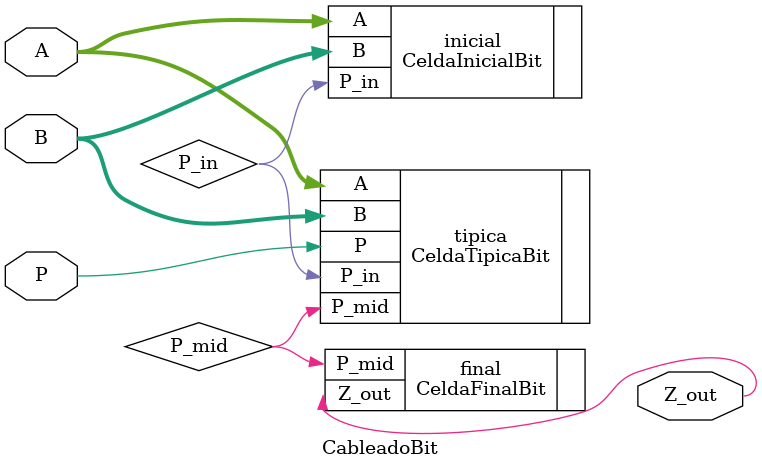
<source format=v>

module CableadoBit( output Z_out,
    input [2:0] A,
    input [2:0] B,
    input P
    );

    wire P_in; // Cable intermedio entre CeldaInicial y CeldaTipica
    wire P_mid; // Cable intermedio entre CeldaTipica y CeldaFinal

    // Instancias de las celdas
    CeldaInicialBit inicial(
        .P_in(P_in),
        .A(A),
        .B(B)
    );

    CeldaTipicaBit tipica(
        .P_mid(P_mid),
        .P(P),
        .A(A),
        .B(B),
        .P_in(P_in)
    );

    CeldaFinalBit final(
        .Z_out(Z_out),
        .P_mid(P_mid)
    );

endmodule

</source>
